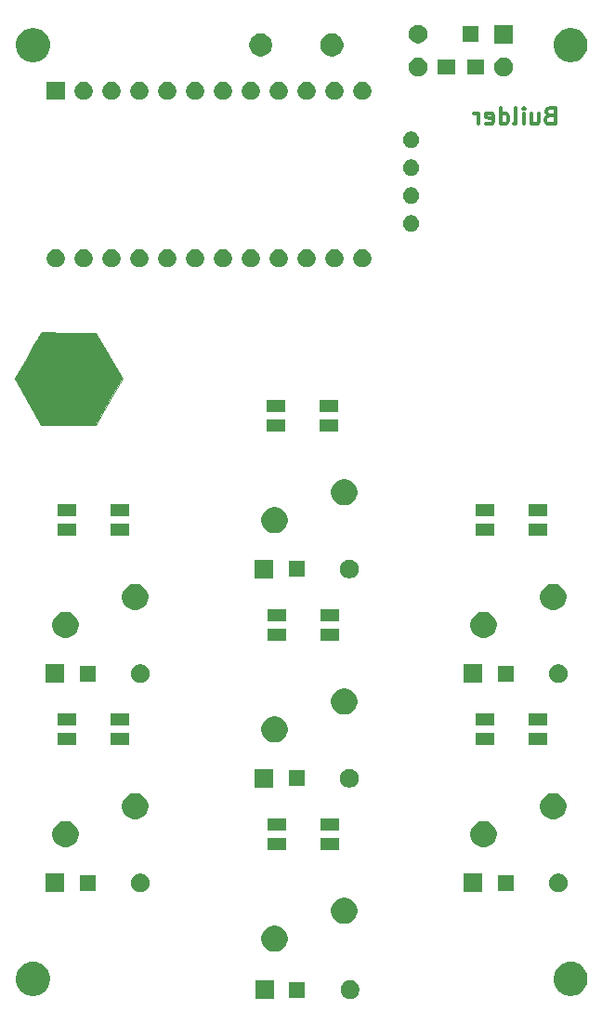
<source format=gbs>
G04 #@! TF.GenerationSoftware,KiCad,Pcbnew,5.0.2-bee76a0~70~ubuntu18.04.1*
G04 #@! TF.CreationDate,2019-05-23T01:45:31+09:00*
G04 #@! TF.ProjectId,meishi666,6d656973-6869-4363-9636-2e6b69636164,rev?*
G04 #@! TF.SameCoordinates,Original*
G04 #@! TF.FileFunction,Soldermask,Bot*
G04 #@! TF.FilePolarity,Negative*
%FSLAX46Y46*%
G04 Gerber Fmt 4.6, Leading zero omitted, Abs format (unit mm)*
G04 Created by KiCad (PCBNEW 5.0.2-bee76a0~70~ubuntu18.04.1) date 2019年05月23日 01時45分31秒*
%MOMM*%
%LPD*%
G01*
G04 APERTURE LIST*
%ADD10C,0.300000*%
%ADD11C,0.010000*%
%ADD12C,0.100000*%
G04 APERTURE END LIST*
D10*
X121097142Y-35417857D02*
X120882857Y-35489285D01*
X120811428Y-35560714D01*
X120740000Y-35703571D01*
X120740000Y-35917857D01*
X120811428Y-36060714D01*
X120882857Y-36132142D01*
X121025714Y-36203571D01*
X121597142Y-36203571D01*
X121597142Y-34703571D01*
X121097142Y-34703571D01*
X120954285Y-34775000D01*
X120882857Y-34846428D01*
X120811428Y-34989285D01*
X120811428Y-35132142D01*
X120882857Y-35275000D01*
X120954285Y-35346428D01*
X121097142Y-35417857D01*
X121597142Y-35417857D01*
X119454285Y-35203571D02*
X119454285Y-36203571D01*
X120097142Y-35203571D02*
X120097142Y-35989285D01*
X120025714Y-36132142D01*
X119882857Y-36203571D01*
X119668571Y-36203571D01*
X119525714Y-36132142D01*
X119454285Y-36060714D01*
X118740000Y-36203571D02*
X118740000Y-35203571D01*
X118740000Y-34703571D02*
X118811428Y-34775000D01*
X118740000Y-34846428D01*
X118668571Y-34775000D01*
X118740000Y-34703571D01*
X118740000Y-34846428D01*
X117811428Y-36203571D02*
X117954285Y-36132142D01*
X118025714Y-35989285D01*
X118025714Y-34703571D01*
X116597142Y-36203571D02*
X116597142Y-34703571D01*
X116597142Y-36132142D02*
X116740000Y-36203571D01*
X117025714Y-36203571D01*
X117168571Y-36132142D01*
X117240000Y-36060714D01*
X117311428Y-35917857D01*
X117311428Y-35489285D01*
X117240000Y-35346428D01*
X117168571Y-35275000D01*
X117025714Y-35203571D01*
X116740000Y-35203571D01*
X116597142Y-35275000D01*
X115311428Y-36132142D02*
X115454285Y-36203571D01*
X115740000Y-36203571D01*
X115882857Y-36132142D01*
X115954285Y-35989285D01*
X115954285Y-35417857D01*
X115882857Y-35275000D01*
X115740000Y-35203571D01*
X115454285Y-35203571D01*
X115311428Y-35275000D01*
X115240000Y-35417857D01*
X115240000Y-35560714D01*
X115954285Y-35703571D01*
X114597142Y-36203571D02*
X114597142Y-35203571D01*
X114597142Y-35489285D02*
X114525714Y-35346428D01*
X114454285Y-35275000D01*
X114311428Y-35203571D01*
X114168571Y-35203571D01*
D11*
G04 #@! TO.C,G\002A\002A\002A*
G36*
X80923358Y-61496500D02*
X82137567Y-59401000D01*
X79709227Y-55210000D01*
X77241234Y-55187559D01*
X74773240Y-55165118D01*
X74652839Y-55356892D01*
X74578979Y-55480413D01*
X74433361Y-55728902D01*
X74228657Y-56080549D01*
X73977543Y-56513539D01*
X73692691Y-57006062D01*
X73422505Y-57474312D01*
X72312572Y-59399957D01*
X73524028Y-61495979D01*
X74735484Y-63592000D01*
X79709148Y-63592000D01*
X80923358Y-61496500D01*
X80923358Y-61496500D01*
G37*
X80923358Y-61496500D02*
X82137567Y-59401000D01*
X79709227Y-55210000D01*
X77241234Y-55187559D01*
X74773240Y-55165118D01*
X74652839Y-55356892D01*
X74578979Y-55480413D01*
X74433361Y-55728902D01*
X74228657Y-56080549D01*
X73977543Y-56513539D01*
X73692691Y-57006062D01*
X73422505Y-57474312D01*
X72312572Y-59399957D01*
X73524028Y-61495979D01*
X74735484Y-63592000D01*
X79709148Y-63592000D01*
X80923358Y-61496500D01*
D12*
G36*
X103148228Y-114181703D02*
X103303100Y-114245853D01*
X103442481Y-114338985D01*
X103561015Y-114457519D01*
X103654147Y-114596900D01*
X103718297Y-114751772D01*
X103751000Y-114916184D01*
X103751000Y-115083816D01*
X103718297Y-115248228D01*
X103654147Y-115403100D01*
X103561015Y-115542481D01*
X103442481Y-115661015D01*
X103303100Y-115754147D01*
X103148228Y-115818297D01*
X102983816Y-115851000D01*
X102816184Y-115851000D01*
X102651772Y-115818297D01*
X102496900Y-115754147D01*
X102357519Y-115661015D01*
X102238985Y-115542481D01*
X102145853Y-115403100D01*
X102081703Y-115248228D01*
X102049000Y-115083816D01*
X102049000Y-114916184D01*
X102081703Y-114751772D01*
X102145853Y-114596900D01*
X102238985Y-114457519D01*
X102357519Y-114338985D01*
X102496900Y-114245853D01*
X102651772Y-114181703D01*
X102816184Y-114149000D01*
X102983816Y-114149000D01*
X103148228Y-114181703D01*
X103148228Y-114181703D01*
G37*
G36*
X95951000Y-115851000D02*
X94249000Y-115851000D01*
X94249000Y-114149000D01*
X95951000Y-114149000D01*
X95951000Y-115851000D01*
X95951000Y-115851000D01*
G37*
G36*
X98811000Y-115721000D02*
X97369000Y-115721000D01*
X97369000Y-114279000D01*
X98811000Y-114279000D01*
X98811000Y-115721000D01*
X98811000Y-115721000D01*
G37*
G36*
X74352527Y-112488736D02*
X74452410Y-112508604D01*
X74734674Y-112625521D01*
X74988705Y-112795259D01*
X75204741Y-113011295D01*
X75374479Y-113265326D01*
X75491396Y-113547590D01*
X75491396Y-113547591D01*
X75551000Y-113847238D01*
X75551000Y-114152762D01*
X75525889Y-114279000D01*
X75491396Y-114452410D01*
X75374479Y-114734674D01*
X75204741Y-114988705D01*
X74988705Y-115204741D01*
X74734674Y-115374479D01*
X74452410Y-115491396D01*
X74352527Y-115511264D01*
X74152762Y-115551000D01*
X73847238Y-115551000D01*
X73647473Y-115511264D01*
X73547590Y-115491396D01*
X73265326Y-115374479D01*
X73011295Y-115204741D01*
X72795259Y-114988705D01*
X72625521Y-114734674D01*
X72508604Y-114452410D01*
X72474111Y-114279000D01*
X72449000Y-114152762D01*
X72449000Y-113847238D01*
X72508604Y-113547591D01*
X72508604Y-113547590D01*
X72625521Y-113265326D01*
X72795259Y-113011295D01*
X73011295Y-112795259D01*
X73265326Y-112625521D01*
X73547590Y-112508604D01*
X73647473Y-112488736D01*
X73847238Y-112449000D01*
X74152762Y-112449000D01*
X74352527Y-112488736D01*
X74352527Y-112488736D01*
G37*
G36*
X123352527Y-112488736D02*
X123452410Y-112508604D01*
X123734674Y-112625521D01*
X123988705Y-112795259D01*
X124204741Y-113011295D01*
X124374479Y-113265326D01*
X124491396Y-113547590D01*
X124491396Y-113547591D01*
X124551000Y-113847238D01*
X124551000Y-114152762D01*
X124525889Y-114279000D01*
X124491396Y-114452410D01*
X124374479Y-114734674D01*
X124204741Y-114988705D01*
X123988705Y-115204741D01*
X123734674Y-115374479D01*
X123452410Y-115491396D01*
X123352527Y-115511264D01*
X123152762Y-115551000D01*
X122847238Y-115551000D01*
X122647473Y-115511264D01*
X122547590Y-115491396D01*
X122265326Y-115374479D01*
X122011295Y-115204741D01*
X121795259Y-114988705D01*
X121625521Y-114734674D01*
X121508604Y-114452410D01*
X121474111Y-114279000D01*
X121449000Y-114152762D01*
X121449000Y-113847238D01*
X121508604Y-113547591D01*
X121508604Y-113547590D01*
X121625521Y-113265326D01*
X121795259Y-113011295D01*
X122011295Y-112795259D01*
X122265326Y-112625521D01*
X122547590Y-112508604D01*
X122647473Y-112488736D01*
X122847238Y-112449000D01*
X123152762Y-112449000D01*
X123352527Y-112488736D01*
X123352527Y-112488736D01*
G37*
G36*
X96367277Y-109211885D02*
X96584572Y-109301891D01*
X96780131Y-109432560D01*
X96946440Y-109598869D01*
X97077109Y-109794428D01*
X97167115Y-110011723D01*
X97213000Y-110242401D01*
X97213000Y-110477599D01*
X97167115Y-110708277D01*
X97077109Y-110925572D01*
X96946440Y-111121131D01*
X96780131Y-111287440D01*
X96584572Y-111418109D01*
X96367277Y-111508115D01*
X96136599Y-111554000D01*
X95901401Y-111554000D01*
X95670723Y-111508115D01*
X95453428Y-111418109D01*
X95257869Y-111287440D01*
X95091560Y-111121131D01*
X94960891Y-110925572D01*
X94870885Y-110708277D01*
X94825000Y-110477599D01*
X94825000Y-110242401D01*
X94870885Y-110011723D01*
X94960891Y-109794428D01*
X95091560Y-109598869D01*
X95257869Y-109432560D01*
X95453428Y-109301891D01*
X95670723Y-109211885D01*
X95901401Y-109166000D01*
X96136599Y-109166000D01*
X96367277Y-109211885D01*
X96367277Y-109211885D01*
G37*
G36*
X102717277Y-106671885D02*
X102934572Y-106761891D01*
X103130131Y-106892560D01*
X103296440Y-107058869D01*
X103427109Y-107254428D01*
X103517115Y-107471723D01*
X103563000Y-107702401D01*
X103563000Y-107937599D01*
X103517115Y-108168277D01*
X103427109Y-108385572D01*
X103296440Y-108581131D01*
X103130131Y-108747440D01*
X102934572Y-108878109D01*
X102717277Y-108968115D01*
X102486599Y-109014000D01*
X102251401Y-109014000D01*
X102020723Y-108968115D01*
X101803428Y-108878109D01*
X101607869Y-108747440D01*
X101441560Y-108581131D01*
X101310891Y-108385572D01*
X101220885Y-108168277D01*
X101175000Y-107937599D01*
X101175000Y-107702401D01*
X101220885Y-107471723D01*
X101310891Y-107254428D01*
X101441560Y-107058869D01*
X101607869Y-106892560D01*
X101803428Y-106761891D01*
X102020723Y-106671885D01*
X102251401Y-106626000D01*
X102486599Y-106626000D01*
X102717277Y-106671885D01*
X102717277Y-106671885D01*
G37*
G36*
X114941000Y-106131000D02*
X113239000Y-106131000D01*
X113239000Y-104429000D01*
X114941000Y-104429000D01*
X114941000Y-106131000D01*
X114941000Y-106131000D01*
G37*
G36*
X84038228Y-104461703D02*
X84193100Y-104525853D01*
X84332481Y-104618985D01*
X84451015Y-104737519D01*
X84544147Y-104876900D01*
X84608297Y-105031772D01*
X84641000Y-105196184D01*
X84641000Y-105363816D01*
X84608297Y-105528228D01*
X84544147Y-105683100D01*
X84451015Y-105822481D01*
X84332481Y-105941015D01*
X84193100Y-106034147D01*
X84038228Y-106098297D01*
X83873816Y-106131000D01*
X83706184Y-106131000D01*
X83541772Y-106098297D01*
X83386900Y-106034147D01*
X83247519Y-105941015D01*
X83128985Y-105822481D01*
X83035853Y-105683100D01*
X82971703Y-105528228D01*
X82939000Y-105363816D01*
X82939000Y-105196184D01*
X82971703Y-105031772D01*
X83035853Y-104876900D01*
X83128985Y-104737519D01*
X83247519Y-104618985D01*
X83386900Y-104525853D01*
X83541772Y-104461703D01*
X83706184Y-104429000D01*
X83873816Y-104429000D01*
X84038228Y-104461703D01*
X84038228Y-104461703D01*
G37*
G36*
X76841000Y-106131000D02*
X75139000Y-106131000D01*
X75139000Y-104429000D01*
X76841000Y-104429000D01*
X76841000Y-106131000D01*
X76841000Y-106131000D01*
G37*
G36*
X122138228Y-104461703D02*
X122293100Y-104525853D01*
X122432481Y-104618985D01*
X122551015Y-104737519D01*
X122644147Y-104876900D01*
X122708297Y-105031772D01*
X122741000Y-105196184D01*
X122741000Y-105363816D01*
X122708297Y-105528228D01*
X122644147Y-105683100D01*
X122551015Y-105822481D01*
X122432481Y-105941015D01*
X122293100Y-106034147D01*
X122138228Y-106098297D01*
X121973816Y-106131000D01*
X121806184Y-106131000D01*
X121641772Y-106098297D01*
X121486900Y-106034147D01*
X121347519Y-105941015D01*
X121228985Y-105822481D01*
X121135853Y-105683100D01*
X121071703Y-105528228D01*
X121039000Y-105363816D01*
X121039000Y-105196184D01*
X121071703Y-105031772D01*
X121135853Y-104876900D01*
X121228985Y-104737519D01*
X121347519Y-104618985D01*
X121486900Y-104525853D01*
X121641772Y-104461703D01*
X121806184Y-104429000D01*
X121973816Y-104429000D01*
X122138228Y-104461703D01*
X122138228Y-104461703D01*
G37*
G36*
X117801000Y-106001000D02*
X116359000Y-106001000D01*
X116359000Y-104559000D01*
X117801000Y-104559000D01*
X117801000Y-106001000D01*
X117801000Y-106001000D01*
G37*
G36*
X79701000Y-106001000D02*
X78259000Y-106001000D01*
X78259000Y-104559000D01*
X79701000Y-104559000D01*
X79701000Y-106001000D01*
X79701000Y-106001000D01*
G37*
G36*
X101870000Y-102261000D02*
X100168000Y-102261000D01*
X100168000Y-101159000D01*
X101870000Y-101159000D01*
X101870000Y-102261000D01*
X101870000Y-102261000D01*
G37*
G36*
X97070000Y-102261000D02*
X95368000Y-102261000D01*
X95368000Y-101159000D01*
X97070000Y-101159000D01*
X97070000Y-102261000D01*
X97070000Y-102261000D01*
G37*
G36*
X77317277Y-99686885D02*
X77534572Y-99776891D01*
X77730131Y-99907560D01*
X77896440Y-100073869D01*
X78027109Y-100269428D01*
X78117115Y-100486723D01*
X78163000Y-100717401D01*
X78163000Y-100952599D01*
X78117115Y-101183277D01*
X78027109Y-101400572D01*
X77896440Y-101596131D01*
X77730131Y-101762440D01*
X77534572Y-101893109D01*
X77317277Y-101983115D01*
X77086599Y-102029000D01*
X76851401Y-102029000D01*
X76620723Y-101983115D01*
X76403428Y-101893109D01*
X76207869Y-101762440D01*
X76041560Y-101596131D01*
X75910891Y-101400572D01*
X75820885Y-101183277D01*
X75775000Y-100952599D01*
X75775000Y-100717401D01*
X75820885Y-100486723D01*
X75910891Y-100269428D01*
X76041560Y-100073869D01*
X76207869Y-99907560D01*
X76403428Y-99776891D01*
X76620723Y-99686885D01*
X76851401Y-99641000D01*
X77086599Y-99641000D01*
X77317277Y-99686885D01*
X77317277Y-99686885D01*
G37*
G36*
X115417277Y-99686885D02*
X115634572Y-99776891D01*
X115830131Y-99907560D01*
X115996440Y-100073869D01*
X116127109Y-100269428D01*
X116217115Y-100486723D01*
X116263000Y-100717401D01*
X116263000Y-100952599D01*
X116217115Y-101183277D01*
X116127109Y-101400572D01*
X115996440Y-101596131D01*
X115830131Y-101762440D01*
X115634572Y-101893109D01*
X115417277Y-101983115D01*
X115186599Y-102029000D01*
X114951401Y-102029000D01*
X114720723Y-101983115D01*
X114503428Y-101893109D01*
X114307869Y-101762440D01*
X114141560Y-101596131D01*
X114010891Y-101400572D01*
X113920885Y-101183277D01*
X113875000Y-100952599D01*
X113875000Y-100717401D01*
X113920885Y-100486723D01*
X114010891Y-100269428D01*
X114141560Y-100073869D01*
X114307869Y-99907560D01*
X114503428Y-99776891D01*
X114720723Y-99686885D01*
X114951401Y-99641000D01*
X115186599Y-99641000D01*
X115417277Y-99686885D01*
X115417277Y-99686885D01*
G37*
G36*
X101870000Y-100511000D02*
X100168000Y-100511000D01*
X100168000Y-99409000D01*
X101870000Y-99409000D01*
X101870000Y-100511000D01*
X101870000Y-100511000D01*
G37*
G36*
X97070000Y-100511000D02*
X95368000Y-100511000D01*
X95368000Y-99409000D01*
X97070000Y-99409000D01*
X97070000Y-100511000D01*
X97070000Y-100511000D01*
G37*
G36*
X121767277Y-97146885D02*
X121984572Y-97236891D01*
X122180131Y-97367560D01*
X122346440Y-97533869D01*
X122477109Y-97729428D01*
X122567115Y-97946723D01*
X122613000Y-98177401D01*
X122613000Y-98412599D01*
X122567115Y-98643277D01*
X122477109Y-98860572D01*
X122346440Y-99056131D01*
X122180131Y-99222440D01*
X121984572Y-99353109D01*
X121767277Y-99443115D01*
X121536599Y-99489000D01*
X121301401Y-99489000D01*
X121070723Y-99443115D01*
X120853428Y-99353109D01*
X120657869Y-99222440D01*
X120491560Y-99056131D01*
X120360891Y-98860572D01*
X120270885Y-98643277D01*
X120225000Y-98412599D01*
X120225000Y-98177401D01*
X120270885Y-97946723D01*
X120360891Y-97729428D01*
X120491560Y-97533869D01*
X120657869Y-97367560D01*
X120853428Y-97236891D01*
X121070723Y-97146885D01*
X121301401Y-97101000D01*
X121536599Y-97101000D01*
X121767277Y-97146885D01*
X121767277Y-97146885D01*
G37*
G36*
X83667277Y-97146885D02*
X83884572Y-97236891D01*
X84080131Y-97367560D01*
X84246440Y-97533869D01*
X84377109Y-97729428D01*
X84467115Y-97946723D01*
X84513000Y-98177401D01*
X84513000Y-98412599D01*
X84467115Y-98643277D01*
X84377109Y-98860572D01*
X84246440Y-99056131D01*
X84080131Y-99222440D01*
X83884572Y-99353109D01*
X83667277Y-99443115D01*
X83436599Y-99489000D01*
X83201401Y-99489000D01*
X82970723Y-99443115D01*
X82753428Y-99353109D01*
X82557869Y-99222440D01*
X82391560Y-99056131D01*
X82260891Y-98860572D01*
X82170885Y-98643277D01*
X82125000Y-98412599D01*
X82125000Y-98177401D01*
X82170885Y-97946723D01*
X82260891Y-97729428D01*
X82391560Y-97533869D01*
X82557869Y-97367560D01*
X82753428Y-97236891D01*
X82970723Y-97146885D01*
X83201401Y-97101000D01*
X83436599Y-97101000D01*
X83667277Y-97146885D01*
X83667277Y-97146885D01*
G37*
G36*
X95891000Y-96606000D02*
X94189000Y-96606000D01*
X94189000Y-94904000D01*
X95891000Y-94904000D01*
X95891000Y-96606000D01*
X95891000Y-96606000D01*
G37*
G36*
X103088228Y-94936703D02*
X103243100Y-95000853D01*
X103382481Y-95093985D01*
X103501015Y-95212519D01*
X103594147Y-95351900D01*
X103658297Y-95506772D01*
X103691000Y-95671184D01*
X103691000Y-95838816D01*
X103658297Y-96003228D01*
X103594147Y-96158100D01*
X103501015Y-96297481D01*
X103382481Y-96416015D01*
X103243100Y-96509147D01*
X103088228Y-96573297D01*
X102923816Y-96606000D01*
X102756184Y-96606000D01*
X102591772Y-96573297D01*
X102436900Y-96509147D01*
X102297519Y-96416015D01*
X102178985Y-96297481D01*
X102085853Y-96158100D01*
X102021703Y-96003228D01*
X101989000Y-95838816D01*
X101989000Y-95671184D01*
X102021703Y-95506772D01*
X102085853Y-95351900D01*
X102178985Y-95212519D01*
X102297519Y-95093985D01*
X102436900Y-95000853D01*
X102591772Y-94936703D01*
X102756184Y-94904000D01*
X102923816Y-94904000D01*
X103088228Y-94936703D01*
X103088228Y-94936703D01*
G37*
G36*
X98751000Y-96476000D02*
X97309000Y-96476000D01*
X97309000Y-95034000D01*
X98751000Y-95034000D01*
X98751000Y-96476000D01*
X98751000Y-96476000D01*
G37*
G36*
X116060000Y-92736000D02*
X114358000Y-92736000D01*
X114358000Y-91634000D01*
X116060000Y-91634000D01*
X116060000Y-92736000D01*
X116060000Y-92736000D01*
G37*
G36*
X120860000Y-92736000D02*
X119158000Y-92736000D01*
X119158000Y-91634000D01*
X120860000Y-91634000D01*
X120860000Y-92736000D01*
X120860000Y-92736000D01*
G37*
G36*
X82760000Y-92736000D02*
X81058000Y-92736000D01*
X81058000Y-91634000D01*
X82760000Y-91634000D01*
X82760000Y-92736000D01*
X82760000Y-92736000D01*
G37*
G36*
X77960000Y-92736000D02*
X76258000Y-92736000D01*
X76258000Y-91634000D01*
X77960000Y-91634000D01*
X77960000Y-92736000D01*
X77960000Y-92736000D01*
G37*
G36*
X96367277Y-90161885D02*
X96584572Y-90251891D01*
X96780131Y-90382560D01*
X96946440Y-90548869D01*
X97077109Y-90744428D01*
X97167115Y-90961723D01*
X97213000Y-91192401D01*
X97213000Y-91427599D01*
X97167115Y-91658277D01*
X97077109Y-91875572D01*
X96946440Y-92071131D01*
X96780131Y-92237440D01*
X96584572Y-92368109D01*
X96367277Y-92458115D01*
X96136599Y-92504000D01*
X95901401Y-92504000D01*
X95670723Y-92458115D01*
X95453428Y-92368109D01*
X95257869Y-92237440D01*
X95091560Y-92071131D01*
X94960891Y-91875572D01*
X94870885Y-91658277D01*
X94825000Y-91427599D01*
X94825000Y-91192401D01*
X94870885Y-90961723D01*
X94960891Y-90744428D01*
X95091560Y-90548869D01*
X95257869Y-90382560D01*
X95453428Y-90251891D01*
X95670723Y-90161885D01*
X95901401Y-90116000D01*
X96136599Y-90116000D01*
X96367277Y-90161885D01*
X96367277Y-90161885D01*
G37*
G36*
X82760000Y-90986000D02*
X81058000Y-90986000D01*
X81058000Y-89884000D01*
X82760000Y-89884000D01*
X82760000Y-90986000D01*
X82760000Y-90986000D01*
G37*
G36*
X77960000Y-90986000D02*
X76258000Y-90986000D01*
X76258000Y-89884000D01*
X77960000Y-89884000D01*
X77960000Y-90986000D01*
X77960000Y-90986000D01*
G37*
G36*
X116060000Y-90986000D02*
X114358000Y-90986000D01*
X114358000Y-89884000D01*
X116060000Y-89884000D01*
X116060000Y-90986000D01*
X116060000Y-90986000D01*
G37*
G36*
X120860000Y-90986000D02*
X119158000Y-90986000D01*
X119158000Y-89884000D01*
X120860000Y-89884000D01*
X120860000Y-90986000D01*
X120860000Y-90986000D01*
G37*
G36*
X102717277Y-87621885D02*
X102934572Y-87711891D01*
X103130131Y-87842560D01*
X103296440Y-88008869D01*
X103427109Y-88204428D01*
X103517115Y-88421723D01*
X103563000Y-88652401D01*
X103563000Y-88887599D01*
X103517115Y-89118277D01*
X103427109Y-89335572D01*
X103296440Y-89531131D01*
X103130131Y-89697440D01*
X102934572Y-89828109D01*
X102799638Y-89884000D01*
X102717277Y-89918115D01*
X102486599Y-89964000D01*
X102251401Y-89964000D01*
X102020723Y-89918115D01*
X101938362Y-89884000D01*
X101803428Y-89828109D01*
X101607869Y-89697440D01*
X101441560Y-89531131D01*
X101310891Y-89335572D01*
X101220885Y-89118277D01*
X101175000Y-88887599D01*
X101175000Y-88652401D01*
X101220885Y-88421723D01*
X101310891Y-88204428D01*
X101441560Y-88008869D01*
X101607869Y-87842560D01*
X101803428Y-87711891D01*
X102020723Y-87621885D01*
X102251401Y-87576000D01*
X102486599Y-87576000D01*
X102717277Y-87621885D01*
X102717277Y-87621885D01*
G37*
G36*
X122138228Y-85411703D02*
X122293100Y-85475853D01*
X122432481Y-85568985D01*
X122551015Y-85687519D01*
X122644147Y-85826900D01*
X122708297Y-85981772D01*
X122741000Y-86146184D01*
X122741000Y-86313816D01*
X122708297Y-86478228D01*
X122644147Y-86633100D01*
X122551015Y-86772481D01*
X122432481Y-86891015D01*
X122293100Y-86984147D01*
X122138228Y-87048297D01*
X121973816Y-87081000D01*
X121806184Y-87081000D01*
X121641772Y-87048297D01*
X121486900Y-86984147D01*
X121347519Y-86891015D01*
X121228985Y-86772481D01*
X121135853Y-86633100D01*
X121071703Y-86478228D01*
X121039000Y-86313816D01*
X121039000Y-86146184D01*
X121071703Y-85981772D01*
X121135853Y-85826900D01*
X121228985Y-85687519D01*
X121347519Y-85568985D01*
X121486900Y-85475853D01*
X121641772Y-85411703D01*
X121806184Y-85379000D01*
X121973816Y-85379000D01*
X122138228Y-85411703D01*
X122138228Y-85411703D01*
G37*
G36*
X114941000Y-87081000D02*
X113239000Y-87081000D01*
X113239000Y-85379000D01*
X114941000Y-85379000D01*
X114941000Y-87081000D01*
X114941000Y-87081000D01*
G37*
G36*
X84038228Y-85411703D02*
X84193100Y-85475853D01*
X84332481Y-85568985D01*
X84451015Y-85687519D01*
X84544147Y-85826900D01*
X84608297Y-85981772D01*
X84641000Y-86146184D01*
X84641000Y-86313816D01*
X84608297Y-86478228D01*
X84544147Y-86633100D01*
X84451015Y-86772481D01*
X84332481Y-86891015D01*
X84193100Y-86984147D01*
X84038228Y-87048297D01*
X83873816Y-87081000D01*
X83706184Y-87081000D01*
X83541772Y-87048297D01*
X83386900Y-86984147D01*
X83247519Y-86891015D01*
X83128985Y-86772481D01*
X83035853Y-86633100D01*
X82971703Y-86478228D01*
X82939000Y-86313816D01*
X82939000Y-86146184D01*
X82971703Y-85981772D01*
X83035853Y-85826900D01*
X83128985Y-85687519D01*
X83247519Y-85568985D01*
X83386900Y-85475853D01*
X83541772Y-85411703D01*
X83706184Y-85379000D01*
X83873816Y-85379000D01*
X84038228Y-85411703D01*
X84038228Y-85411703D01*
G37*
G36*
X76841000Y-87081000D02*
X75139000Y-87081000D01*
X75139000Y-85379000D01*
X76841000Y-85379000D01*
X76841000Y-87081000D01*
X76841000Y-87081000D01*
G37*
G36*
X117801000Y-86951000D02*
X116359000Y-86951000D01*
X116359000Y-85509000D01*
X117801000Y-85509000D01*
X117801000Y-86951000D01*
X117801000Y-86951000D01*
G37*
G36*
X79701000Y-86951000D02*
X78259000Y-86951000D01*
X78259000Y-85509000D01*
X79701000Y-85509000D01*
X79701000Y-86951000D01*
X79701000Y-86951000D01*
G37*
G36*
X97070000Y-83211000D02*
X95368000Y-83211000D01*
X95368000Y-82109000D01*
X97070000Y-82109000D01*
X97070000Y-83211000D01*
X97070000Y-83211000D01*
G37*
G36*
X101870000Y-83211000D02*
X100168000Y-83211000D01*
X100168000Y-82109000D01*
X101870000Y-82109000D01*
X101870000Y-83211000D01*
X101870000Y-83211000D01*
G37*
G36*
X115417277Y-80636885D02*
X115634572Y-80726891D01*
X115830131Y-80857560D01*
X115996440Y-81023869D01*
X116127109Y-81219428D01*
X116217115Y-81436723D01*
X116263000Y-81667401D01*
X116263000Y-81902599D01*
X116217115Y-82133277D01*
X116127109Y-82350572D01*
X115996440Y-82546131D01*
X115830131Y-82712440D01*
X115634572Y-82843109D01*
X115417277Y-82933115D01*
X115186599Y-82979000D01*
X114951401Y-82979000D01*
X114720723Y-82933115D01*
X114503428Y-82843109D01*
X114307869Y-82712440D01*
X114141560Y-82546131D01*
X114010891Y-82350572D01*
X113920885Y-82133277D01*
X113875000Y-81902599D01*
X113875000Y-81667401D01*
X113920885Y-81436723D01*
X114010891Y-81219428D01*
X114141560Y-81023869D01*
X114307869Y-80857560D01*
X114503428Y-80726891D01*
X114720723Y-80636885D01*
X114951401Y-80591000D01*
X115186599Y-80591000D01*
X115417277Y-80636885D01*
X115417277Y-80636885D01*
G37*
G36*
X77317277Y-80636885D02*
X77534572Y-80726891D01*
X77730131Y-80857560D01*
X77896440Y-81023869D01*
X78027109Y-81219428D01*
X78117115Y-81436723D01*
X78163000Y-81667401D01*
X78163000Y-81902599D01*
X78117115Y-82133277D01*
X78027109Y-82350572D01*
X77896440Y-82546131D01*
X77730131Y-82712440D01*
X77534572Y-82843109D01*
X77317277Y-82933115D01*
X77086599Y-82979000D01*
X76851401Y-82979000D01*
X76620723Y-82933115D01*
X76403428Y-82843109D01*
X76207869Y-82712440D01*
X76041560Y-82546131D01*
X75910891Y-82350572D01*
X75820885Y-82133277D01*
X75775000Y-81902599D01*
X75775000Y-81667401D01*
X75820885Y-81436723D01*
X75910891Y-81219428D01*
X76041560Y-81023869D01*
X76207869Y-80857560D01*
X76403428Y-80726891D01*
X76620723Y-80636885D01*
X76851401Y-80591000D01*
X77086599Y-80591000D01*
X77317277Y-80636885D01*
X77317277Y-80636885D01*
G37*
G36*
X97070000Y-81461000D02*
X95368000Y-81461000D01*
X95368000Y-80359000D01*
X97070000Y-80359000D01*
X97070000Y-81461000D01*
X97070000Y-81461000D01*
G37*
G36*
X101870000Y-81461000D02*
X100168000Y-81461000D01*
X100168000Y-80359000D01*
X101870000Y-80359000D01*
X101870000Y-81461000D01*
X101870000Y-81461000D01*
G37*
G36*
X121767277Y-78096885D02*
X121984572Y-78186891D01*
X122180131Y-78317560D01*
X122346440Y-78483869D01*
X122477109Y-78679428D01*
X122567115Y-78896723D01*
X122613000Y-79127401D01*
X122613000Y-79362599D01*
X122567115Y-79593277D01*
X122477109Y-79810572D01*
X122346440Y-80006131D01*
X122180131Y-80172440D01*
X121984572Y-80303109D01*
X121767277Y-80393115D01*
X121536599Y-80439000D01*
X121301401Y-80439000D01*
X121070723Y-80393115D01*
X120853428Y-80303109D01*
X120657869Y-80172440D01*
X120491560Y-80006131D01*
X120360891Y-79810572D01*
X120270885Y-79593277D01*
X120225000Y-79362599D01*
X120225000Y-79127401D01*
X120270885Y-78896723D01*
X120360891Y-78679428D01*
X120491560Y-78483869D01*
X120657869Y-78317560D01*
X120853428Y-78186891D01*
X121070723Y-78096885D01*
X121301401Y-78051000D01*
X121536599Y-78051000D01*
X121767277Y-78096885D01*
X121767277Y-78096885D01*
G37*
G36*
X83667277Y-78096885D02*
X83884572Y-78186891D01*
X84080131Y-78317560D01*
X84246440Y-78483869D01*
X84377109Y-78679428D01*
X84467115Y-78896723D01*
X84513000Y-79127401D01*
X84513000Y-79362599D01*
X84467115Y-79593277D01*
X84377109Y-79810572D01*
X84246440Y-80006131D01*
X84080131Y-80172440D01*
X83884572Y-80303109D01*
X83667277Y-80393115D01*
X83436599Y-80439000D01*
X83201401Y-80439000D01*
X82970723Y-80393115D01*
X82753428Y-80303109D01*
X82557869Y-80172440D01*
X82391560Y-80006131D01*
X82260891Y-79810572D01*
X82170885Y-79593277D01*
X82125000Y-79362599D01*
X82125000Y-79127401D01*
X82170885Y-78896723D01*
X82260891Y-78679428D01*
X82391560Y-78483869D01*
X82557869Y-78317560D01*
X82753428Y-78186891D01*
X82970723Y-78096885D01*
X83201401Y-78051000D01*
X83436599Y-78051000D01*
X83667277Y-78096885D01*
X83667277Y-78096885D01*
G37*
G36*
X103088228Y-75886703D02*
X103243100Y-75950853D01*
X103382481Y-76043985D01*
X103501015Y-76162519D01*
X103594147Y-76301900D01*
X103658297Y-76456772D01*
X103691000Y-76621184D01*
X103691000Y-76788816D01*
X103658297Y-76953228D01*
X103594147Y-77108100D01*
X103501015Y-77247481D01*
X103382481Y-77366015D01*
X103243100Y-77459147D01*
X103088228Y-77523297D01*
X102923816Y-77556000D01*
X102756184Y-77556000D01*
X102591772Y-77523297D01*
X102436900Y-77459147D01*
X102297519Y-77366015D01*
X102178985Y-77247481D01*
X102085853Y-77108100D01*
X102021703Y-76953228D01*
X101989000Y-76788816D01*
X101989000Y-76621184D01*
X102021703Y-76456772D01*
X102085853Y-76301900D01*
X102178985Y-76162519D01*
X102297519Y-76043985D01*
X102436900Y-75950853D01*
X102591772Y-75886703D01*
X102756184Y-75854000D01*
X102923816Y-75854000D01*
X103088228Y-75886703D01*
X103088228Y-75886703D01*
G37*
G36*
X95891000Y-77556000D02*
X94189000Y-77556000D01*
X94189000Y-75854000D01*
X95891000Y-75854000D01*
X95891000Y-77556000D01*
X95891000Y-77556000D01*
G37*
G36*
X98751000Y-77426000D02*
X97309000Y-77426000D01*
X97309000Y-75984000D01*
X98751000Y-75984000D01*
X98751000Y-77426000D01*
X98751000Y-77426000D01*
G37*
G36*
X120860000Y-73686000D02*
X119158000Y-73686000D01*
X119158000Y-72584000D01*
X120860000Y-72584000D01*
X120860000Y-73686000D01*
X120860000Y-73686000D01*
G37*
G36*
X77960000Y-73686000D02*
X76258000Y-73686000D01*
X76258000Y-72584000D01*
X77960000Y-72584000D01*
X77960000Y-73686000D01*
X77960000Y-73686000D01*
G37*
G36*
X82760000Y-73686000D02*
X81058000Y-73686000D01*
X81058000Y-72584000D01*
X82760000Y-72584000D01*
X82760000Y-73686000D01*
X82760000Y-73686000D01*
G37*
G36*
X116060000Y-73686000D02*
X114358000Y-73686000D01*
X114358000Y-72584000D01*
X116060000Y-72584000D01*
X116060000Y-73686000D01*
X116060000Y-73686000D01*
G37*
G36*
X96367277Y-71111885D02*
X96584572Y-71201891D01*
X96780131Y-71332560D01*
X96946440Y-71498869D01*
X97077109Y-71694428D01*
X97167115Y-71911723D01*
X97213000Y-72142401D01*
X97213000Y-72377599D01*
X97167115Y-72608277D01*
X97077109Y-72825572D01*
X96946440Y-73021131D01*
X96780131Y-73187440D01*
X96584572Y-73318109D01*
X96367277Y-73408115D01*
X96136599Y-73454000D01*
X95901401Y-73454000D01*
X95670723Y-73408115D01*
X95453428Y-73318109D01*
X95257869Y-73187440D01*
X95091560Y-73021131D01*
X94960891Y-72825572D01*
X94870885Y-72608277D01*
X94825000Y-72377599D01*
X94825000Y-72142401D01*
X94870885Y-71911723D01*
X94960891Y-71694428D01*
X95091560Y-71498869D01*
X95257869Y-71332560D01*
X95453428Y-71201891D01*
X95670723Y-71111885D01*
X95901401Y-71066000D01*
X96136599Y-71066000D01*
X96367277Y-71111885D01*
X96367277Y-71111885D01*
G37*
G36*
X120860000Y-71936000D02*
X119158000Y-71936000D01*
X119158000Y-70834000D01*
X120860000Y-70834000D01*
X120860000Y-71936000D01*
X120860000Y-71936000D01*
G37*
G36*
X116060000Y-71936000D02*
X114358000Y-71936000D01*
X114358000Y-70834000D01*
X116060000Y-70834000D01*
X116060000Y-71936000D01*
X116060000Y-71936000D01*
G37*
G36*
X82760000Y-71936000D02*
X81058000Y-71936000D01*
X81058000Y-70834000D01*
X82760000Y-70834000D01*
X82760000Y-71936000D01*
X82760000Y-71936000D01*
G37*
G36*
X77960000Y-71936000D02*
X76258000Y-71936000D01*
X76258000Y-70834000D01*
X77960000Y-70834000D01*
X77960000Y-71936000D01*
X77960000Y-71936000D01*
G37*
G36*
X102717277Y-68571885D02*
X102934572Y-68661891D01*
X103130131Y-68792560D01*
X103296440Y-68958869D01*
X103427109Y-69154428D01*
X103517115Y-69371723D01*
X103563000Y-69602401D01*
X103563000Y-69837599D01*
X103517115Y-70068277D01*
X103427109Y-70285572D01*
X103296440Y-70481131D01*
X103130131Y-70647440D01*
X102934572Y-70778109D01*
X102799638Y-70834000D01*
X102717277Y-70868115D01*
X102486599Y-70914000D01*
X102251401Y-70914000D01*
X102020723Y-70868115D01*
X101938362Y-70834000D01*
X101803428Y-70778109D01*
X101607869Y-70647440D01*
X101441560Y-70481131D01*
X101310891Y-70285572D01*
X101220885Y-70068277D01*
X101175000Y-69837599D01*
X101175000Y-69602401D01*
X101220885Y-69371723D01*
X101310891Y-69154428D01*
X101441560Y-68958869D01*
X101607869Y-68792560D01*
X101803428Y-68661891D01*
X102020723Y-68571885D01*
X102251401Y-68526000D01*
X102486599Y-68526000D01*
X102717277Y-68571885D01*
X102717277Y-68571885D01*
G37*
G36*
X97010000Y-64161000D02*
X95308000Y-64161000D01*
X95308000Y-63059000D01*
X97010000Y-63059000D01*
X97010000Y-64161000D01*
X97010000Y-64161000D01*
G37*
G36*
X101810000Y-64161000D02*
X100108000Y-64161000D01*
X100108000Y-63059000D01*
X101810000Y-63059000D01*
X101810000Y-64161000D01*
X101810000Y-64161000D01*
G37*
G36*
X97010000Y-62411000D02*
X95308000Y-62411000D01*
X95308000Y-61309000D01*
X97010000Y-61309000D01*
X97010000Y-62411000D01*
X97010000Y-62411000D01*
G37*
G36*
X101810000Y-62411000D02*
X100108000Y-62411000D01*
X100108000Y-61309000D01*
X101810000Y-61309000D01*
X101810000Y-62411000D01*
X101810000Y-62411000D01*
G37*
G36*
X78857142Y-47633242D02*
X79005102Y-47694530D01*
X79138258Y-47783502D01*
X79251498Y-47896742D01*
X79340470Y-48029898D01*
X79401758Y-48177858D01*
X79433000Y-48334925D01*
X79433000Y-48495075D01*
X79401758Y-48652142D01*
X79340470Y-48800102D01*
X79251498Y-48933258D01*
X79138258Y-49046498D01*
X79005102Y-49135470D01*
X78857142Y-49196758D01*
X78700075Y-49228000D01*
X78539925Y-49228000D01*
X78382858Y-49196758D01*
X78234898Y-49135470D01*
X78101742Y-49046498D01*
X77988502Y-48933258D01*
X77899530Y-48800102D01*
X77838242Y-48652142D01*
X77807000Y-48495075D01*
X77807000Y-48334925D01*
X77838242Y-48177858D01*
X77899530Y-48029898D01*
X77988502Y-47896742D01*
X78101742Y-47783502D01*
X78234898Y-47694530D01*
X78382858Y-47633242D01*
X78539925Y-47602000D01*
X78700075Y-47602000D01*
X78857142Y-47633242D01*
X78857142Y-47633242D01*
G37*
G36*
X104257142Y-47633242D02*
X104405102Y-47694530D01*
X104538258Y-47783502D01*
X104651498Y-47896742D01*
X104740470Y-48029898D01*
X104801758Y-48177858D01*
X104833000Y-48334925D01*
X104833000Y-48495075D01*
X104801758Y-48652142D01*
X104740470Y-48800102D01*
X104651498Y-48933258D01*
X104538258Y-49046498D01*
X104405102Y-49135470D01*
X104257142Y-49196758D01*
X104100075Y-49228000D01*
X103939925Y-49228000D01*
X103782858Y-49196758D01*
X103634898Y-49135470D01*
X103501742Y-49046498D01*
X103388502Y-48933258D01*
X103299530Y-48800102D01*
X103238242Y-48652142D01*
X103207000Y-48495075D01*
X103207000Y-48334925D01*
X103238242Y-48177858D01*
X103299530Y-48029898D01*
X103388502Y-47896742D01*
X103501742Y-47783502D01*
X103634898Y-47694530D01*
X103782858Y-47633242D01*
X103939925Y-47602000D01*
X104100075Y-47602000D01*
X104257142Y-47633242D01*
X104257142Y-47633242D01*
G37*
G36*
X101717142Y-47633242D02*
X101865102Y-47694530D01*
X101998258Y-47783502D01*
X102111498Y-47896742D01*
X102200470Y-48029898D01*
X102261758Y-48177858D01*
X102293000Y-48334925D01*
X102293000Y-48495075D01*
X102261758Y-48652142D01*
X102200470Y-48800102D01*
X102111498Y-48933258D01*
X101998258Y-49046498D01*
X101865102Y-49135470D01*
X101717142Y-49196758D01*
X101560075Y-49228000D01*
X101399925Y-49228000D01*
X101242858Y-49196758D01*
X101094898Y-49135470D01*
X100961742Y-49046498D01*
X100848502Y-48933258D01*
X100759530Y-48800102D01*
X100698242Y-48652142D01*
X100667000Y-48495075D01*
X100667000Y-48334925D01*
X100698242Y-48177858D01*
X100759530Y-48029898D01*
X100848502Y-47896742D01*
X100961742Y-47783502D01*
X101094898Y-47694530D01*
X101242858Y-47633242D01*
X101399925Y-47602000D01*
X101560075Y-47602000D01*
X101717142Y-47633242D01*
X101717142Y-47633242D01*
G37*
G36*
X96637142Y-47633242D02*
X96785102Y-47694530D01*
X96918258Y-47783502D01*
X97031498Y-47896742D01*
X97120470Y-48029898D01*
X97181758Y-48177858D01*
X97213000Y-48334925D01*
X97213000Y-48495075D01*
X97181758Y-48652142D01*
X97120470Y-48800102D01*
X97031498Y-48933258D01*
X96918258Y-49046498D01*
X96785102Y-49135470D01*
X96637142Y-49196758D01*
X96480075Y-49228000D01*
X96319925Y-49228000D01*
X96162858Y-49196758D01*
X96014898Y-49135470D01*
X95881742Y-49046498D01*
X95768502Y-48933258D01*
X95679530Y-48800102D01*
X95618242Y-48652142D01*
X95587000Y-48495075D01*
X95587000Y-48334925D01*
X95618242Y-48177858D01*
X95679530Y-48029898D01*
X95768502Y-47896742D01*
X95881742Y-47783502D01*
X96014898Y-47694530D01*
X96162858Y-47633242D01*
X96319925Y-47602000D01*
X96480075Y-47602000D01*
X96637142Y-47633242D01*
X96637142Y-47633242D01*
G37*
G36*
X94097142Y-47633242D02*
X94245102Y-47694530D01*
X94378258Y-47783502D01*
X94491498Y-47896742D01*
X94580470Y-48029898D01*
X94641758Y-48177858D01*
X94673000Y-48334925D01*
X94673000Y-48495075D01*
X94641758Y-48652142D01*
X94580470Y-48800102D01*
X94491498Y-48933258D01*
X94378258Y-49046498D01*
X94245102Y-49135470D01*
X94097142Y-49196758D01*
X93940075Y-49228000D01*
X93779925Y-49228000D01*
X93622858Y-49196758D01*
X93474898Y-49135470D01*
X93341742Y-49046498D01*
X93228502Y-48933258D01*
X93139530Y-48800102D01*
X93078242Y-48652142D01*
X93047000Y-48495075D01*
X93047000Y-48334925D01*
X93078242Y-48177858D01*
X93139530Y-48029898D01*
X93228502Y-47896742D01*
X93341742Y-47783502D01*
X93474898Y-47694530D01*
X93622858Y-47633242D01*
X93779925Y-47602000D01*
X93940075Y-47602000D01*
X94097142Y-47633242D01*
X94097142Y-47633242D01*
G37*
G36*
X91557142Y-47633242D02*
X91705102Y-47694530D01*
X91838258Y-47783502D01*
X91951498Y-47896742D01*
X92040470Y-48029898D01*
X92101758Y-48177858D01*
X92133000Y-48334925D01*
X92133000Y-48495075D01*
X92101758Y-48652142D01*
X92040470Y-48800102D01*
X91951498Y-48933258D01*
X91838258Y-49046498D01*
X91705102Y-49135470D01*
X91557142Y-49196758D01*
X91400075Y-49228000D01*
X91239925Y-49228000D01*
X91082858Y-49196758D01*
X90934898Y-49135470D01*
X90801742Y-49046498D01*
X90688502Y-48933258D01*
X90599530Y-48800102D01*
X90538242Y-48652142D01*
X90507000Y-48495075D01*
X90507000Y-48334925D01*
X90538242Y-48177858D01*
X90599530Y-48029898D01*
X90688502Y-47896742D01*
X90801742Y-47783502D01*
X90934898Y-47694530D01*
X91082858Y-47633242D01*
X91239925Y-47602000D01*
X91400075Y-47602000D01*
X91557142Y-47633242D01*
X91557142Y-47633242D01*
G37*
G36*
X89017142Y-47633242D02*
X89165102Y-47694530D01*
X89298258Y-47783502D01*
X89411498Y-47896742D01*
X89500470Y-48029898D01*
X89561758Y-48177858D01*
X89593000Y-48334925D01*
X89593000Y-48495075D01*
X89561758Y-48652142D01*
X89500470Y-48800102D01*
X89411498Y-48933258D01*
X89298258Y-49046498D01*
X89165102Y-49135470D01*
X89017142Y-49196758D01*
X88860075Y-49228000D01*
X88699925Y-49228000D01*
X88542858Y-49196758D01*
X88394898Y-49135470D01*
X88261742Y-49046498D01*
X88148502Y-48933258D01*
X88059530Y-48800102D01*
X87998242Y-48652142D01*
X87967000Y-48495075D01*
X87967000Y-48334925D01*
X87998242Y-48177858D01*
X88059530Y-48029898D01*
X88148502Y-47896742D01*
X88261742Y-47783502D01*
X88394898Y-47694530D01*
X88542858Y-47633242D01*
X88699925Y-47602000D01*
X88860075Y-47602000D01*
X89017142Y-47633242D01*
X89017142Y-47633242D01*
G37*
G36*
X86477142Y-47633242D02*
X86625102Y-47694530D01*
X86758258Y-47783502D01*
X86871498Y-47896742D01*
X86960470Y-48029898D01*
X87021758Y-48177858D01*
X87053000Y-48334925D01*
X87053000Y-48495075D01*
X87021758Y-48652142D01*
X86960470Y-48800102D01*
X86871498Y-48933258D01*
X86758258Y-49046498D01*
X86625102Y-49135470D01*
X86477142Y-49196758D01*
X86320075Y-49228000D01*
X86159925Y-49228000D01*
X86002858Y-49196758D01*
X85854898Y-49135470D01*
X85721742Y-49046498D01*
X85608502Y-48933258D01*
X85519530Y-48800102D01*
X85458242Y-48652142D01*
X85427000Y-48495075D01*
X85427000Y-48334925D01*
X85458242Y-48177858D01*
X85519530Y-48029898D01*
X85608502Y-47896742D01*
X85721742Y-47783502D01*
X85854898Y-47694530D01*
X86002858Y-47633242D01*
X86159925Y-47602000D01*
X86320075Y-47602000D01*
X86477142Y-47633242D01*
X86477142Y-47633242D01*
G37*
G36*
X83937142Y-47633242D02*
X84085102Y-47694530D01*
X84218258Y-47783502D01*
X84331498Y-47896742D01*
X84420470Y-48029898D01*
X84481758Y-48177858D01*
X84513000Y-48334925D01*
X84513000Y-48495075D01*
X84481758Y-48652142D01*
X84420470Y-48800102D01*
X84331498Y-48933258D01*
X84218258Y-49046498D01*
X84085102Y-49135470D01*
X83937142Y-49196758D01*
X83780075Y-49228000D01*
X83619925Y-49228000D01*
X83462858Y-49196758D01*
X83314898Y-49135470D01*
X83181742Y-49046498D01*
X83068502Y-48933258D01*
X82979530Y-48800102D01*
X82918242Y-48652142D01*
X82887000Y-48495075D01*
X82887000Y-48334925D01*
X82918242Y-48177858D01*
X82979530Y-48029898D01*
X83068502Y-47896742D01*
X83181742Y-47783502D01*
X83314898Y-47694530D01*
X83462858Y-47633242D01*
X83619925Y-47602000D01*
X83780075Y-47602000D01*
X83937142Y-47633242D01*
X83937142Y-47633242D01*
G37*
G36*
X81397142Y-47633242D02*
X81545102Y-47694530D01*
X81678258Y-47783502D01*
X81791498Y-47896742D01*
X81880470Y-48029898D01*
X81941758Y-48177858D01*
X81973000Y-48334925D01*
X81973000Y-48495075D01*
X81941758Y-48652142D01*
X81880470Y-48800102D01*
X81791498Y-48933258D01*
X81678258Y-49046498D01*
X81545102Y-49135470D01*
X81397142Y-49196758D01*
X81240075Y-49228000D01*
X81079925Y-49228000D01*
X80922858Y-49196758D01*
X80774898Y-49135470D01*
X80641742Y-49046498D01*
X80528502Y-48933258D01*
X80439530Y-48800102D01*
X80378242Y-48652142D01*
X80347000Y-48495075D01*
X80347000Y-48334925D01*
X80378242Y-48177858D01*
X80439530Y-48029898D01*
X80528502Y-47896742D01*
X80641742Y-47783502D01*
X80774898Y-47694530D01*
X80922858Y-47633242D01*
X81079925Y-47602000D01*
X81240075Y-47602000D01*
X81397142Y-47633242D01*
X81397142Y-47633242D01*
G37*
G36*
X99177142Y-47633242D02*
X99325102Y-47694530D01*
X99458258Y-47783502D01*
X99571498Y-47896742D01*
X99660470Y-48029898D01*
X99721758Y-48177858D01*
X99753000Y-48334925D01*
X99753000Y-48495075D01*
X99721758Y-48652142D01*
X99660470Y-48800102D01*
X99571498Y-48933258D01*
X99458258Y-49046498D01*
X99325102Y-49135470D01*
X99177142Y-49196758D01*
X99020075Y-49228000D01*
X98859925Y-49228000D01*
X98702858Y-49196758D01*
X98554898Y-49135470D01*
X98421742Y-49046498D01*
X98308502Y-48933258D01*
X98219530Y-48800102D01*
X98158242Y-48652142D01*
X98127000Y-48495075D01*
X98127000Y-48334925D01*
X98158242Y-48177858D01*
X98219530Y-48029898D01*
X98308502Y-47896742D01*
X98421742Y-47783502D01*
X98554898Y-47694530D01*
X98702858Y-47633242D01*
X98859925Y-47602000D01*
X99020075Y-47602000D01*
X99177142Y-47633242D01*
X99177142Y-47633242D01*
G37*
G36*
X76317142Y-47633242D02*
X76465102Y-47694530D01*
X76598258Y-47783502D01*
X76711498Y-47896742D01*
X76800470Y-48029898D01*
X76861758Y-48177858D01*
X76893000Y-48334925D01*
X76893000Y-48495075D01*
X76861758Y-48652142D01*
X76800470Y-48800102D01*
X76711498Y-48933258D01*
X76598258Y-49046498D01*
X76465102Y-49135470D01*
X76317142Y-49196758D01*
X76160075Y-49228000D01*
X75999925Y-49228000D01*
X75842858Y-49196758D01*
X75694898Y-49135470D01*
X75561742Y-49046498D01*
X75448502Y-48933258D01*
X75359530Y-48800102D01*
X75298242Y-48652142D01*
X75267000Y-48495075D01*
X75267000Y-48334925D01*
X75298242Y-48177858D01*
X75359530Y-48029898D01*
X75448502Y-47896742D01*
X75561742Y-47783502D01*
X75694898Y-47694530D01*
X75842858Y-47633242D01*
X75999925Y-47602000D01*
X76160075Y-47602000D01*
X76317142Y-47633242D01*
X76317142Y-47633242D01*
G37*
G36*
X108683621Y-44519302D02*
X108820022Y-44575801D01*
X108942779Y-44657825D01*
X109047175Y-44762221D01*
X109129199Y-44884978D01*
X109185698Y-45021379D01*
X109214500Y-45166181D01*
X109214500Y-45313819D01*
X109185698Y-45458621D01*
X109129199Y-45595022D01*
X109047175Y-45717779D01*
X108942779Y-45822175D01*
X108820022Y-45904199D01*
X108683621Y-45960698D01*
X108538819Y-45989500D01*
X108391181Y-45989500D01*
X108246379Y-45960698D01*
X108109978Y-45904199D01*
X107987221Y-45822175D01*
X107882825Y-45717779D01*
X107800801Y-45595022D01*
X107744302Y-45458621D01*
X107715500Y-45313819D01*
X107715500Y-45166181D01*
X107744302Y-45021379D01*
X107800801Y-44884978D01*
X107882825Y-44762221D01*
X107987221Y-44657825D01*
X108109978Y-44575801D01*
X108246379Y-44519302D01*
X108391181Y-44490500D01*
X108538819Y-44490500D01*
X108683621Y-44519302D01*
X108683621Y-44519302D01*
G37*
G36*
X108683621Y-41979302D02*
X108820022Y-42035801D01*
X108942779Y-42117825D01*
X109047175Y-42222221D01*
X109129199Y-42344978D01*
X109185698Y-42481379D01*
X109214500Y-42626181D01*
X109214500Y-42773819D01*
X109185698Y-42918621D01*
X109129199Y-43055022D01*
X109047175Y-43177779D01*
X108942779Y-43282175D01*
X108820022Y-43364199D01*
X108683621Y-43420698D01*
X108538819Y-43449500D01*
X108391181Y-43449500D01*
X108246379Y-43420698D01*
X108109978Y-43364199D01*
X107987221Y-43282175D01*
X107882825Y-43177779D01*
X107800801Y-43055022D01*
X107744302Y-42918621D01*
X107715500Y-42773819D01*
X107715500Y-42626181D01*
X107744302Y-42481379D01*
X107800801Y-42344978D01*
X107882825Y-42222221D01*
X107987221Y-42117825D01*
X108109978Y-42035801D01*
X108246379Y-41979302D01*
X108391181Y-41950500D01*
X108538819Y-41950500D01*
X108683621Y-41979302D01*
X108683621Y-41979302D01*
G37*
G36*
X108683621Y-39439302D02*
X108820022Y-39495801D01*
X108942779Y-39577825D01*
X109047175Y-39682221D01*
X109129199Y-39804978D01*
X109185698Y-39941379D01*
X109214500Y-40086181D01*
X109214500Y-40233819D01*
X109185698Y-40378621D01*
X109129199Y-40515022D01*
X109047175Y-40637779D01*
X108942779Y-40742175D01*
X108820022Y-40824199D01*
X108683621Y-40880698D01*
X108538819Y-40909500D01*
X108391181Y-40909500D01*
X108246379Y-40880698D01*
X108109978Y-40824199D01*
X107987221Y-40742175D01*
X107882825Y-40637779D01*
X107800801Y-40515022D01*
X107744302Y-40378621D01*
X107715500Y-40233819D01*
X107715500Y-40086181D01*
X107744302Y-39941379D01*
X107800801Y-39804978D01*
X107882825Y-39682221D01*
X107987221Y-39577825D01*
X108109978Y-39495801D01*
X108246379Y-39439302D01*
X108391181Y-39410500D01*
X108538819Y-39410500D01*
X108683621Y-39439302D01*
X108683621Y-39439302D01*
G37*
G36*
X108683621Y-36899302D02*
X108820022Y-36955801D01*
X108942779Y-37037825D01*
X109047175Y-37142221D01*
X109129199Y-37264978D01*
X109185698Y-37401379D01*
X109214500Y-37546181D01*
X109214500Y-37693819D01*
X109185698Y-37838621D01*
X109129199Y-37975022D01*
X109047175Y-38097779D01*
X108942779Y-38202175D01*
X108820022Y-38284199D01*
X108683621Y-38340698D01*
X108538819Y-38369500D01*
X108391181Y-38369500D01*
X108246379Y-38340698D01*
X108109978Y-38284199D01*
X107987221Y-38202175D01*
X107882825Y-38097779D01*
X107800801Y-37975022D01*
X107744302Y-37838621D01*
X107715500Y-37693819D01*
X107715500Y-37546181D01*
X107744302Y-37401379D01*
X107800801Y-37264978D01*
X107882825Y-37142221D01*
X107987221Y-37037825D01*
X108109978Y-36955801D01*
X108246379Y-36899302D01*
X108391181Y-36870500D01*
X108538819Y-36870500D01*
X108683621Y-36899302D01*
X108683621Y-36899302D01*
G37*
G36*
X81397142Y-32393242D02*
X81545102Y-32454530D01*
X81678258Y-32543502D01*
X81791498Y-32656742D01*
X81880470Y-32789898D01*
X81941758Y-32937858D01*
X81973000Y-33094925D01*
X81973000Y-33255075D01*
X81941758Y-33412142D01*
X81880470Y-33560102D01*
X81791498Y-33693258D01*
X81678258Y-33806498D01*
X81545102Y-33895470D01*
X81397142Y-33956758D01*
X81240075Y-33988000D01*
X81079925Y-33988000D01*
X80922858Y-33956758D01*
X80774898Y-33895470D01*
X80641742Y-33806498D01*
X80528502Y-33693258D01*
X80439530Y-33560102D01*
X80378242Y-33412142D01*
X80347000Y-33255075D01*
X80347000Y-33094925D01*
X80378242Y-32937858D01*
X80439530Y-32789898D01*
X80528502Y-32656742D01*
X80641742Y-32543502D01*
X80774898Y-32454530D01*
X80922858Y-32393242D01*
X81079925Y-32362000D01*
X81240075Y-32362000D01*
X81397142Y-32393242D01*
X81397142Y-32393242D01*
G37*
G36*
X86477142Y-32393242D02*
X86625102Y-32454530D01*
X86758258Y-32543502D01*
X86871498Y-32656742D01*
X86960470Y-32789898D01*
X87021758Y-32937858D01*
X87053000Y-33094925D01*
X87053000Y-33255075D01*
X87021758Y-33412142D01*
X86960470Y-33560102D01*
X86871498Y-33693258D01*
X86758258Y-33806498D01*
X86625102Y-33895470D01*
X86477142Y-33956758D01*
X86320075Y-33988000D01*
X86159925Y-33988000D01*
X86002858Y-33956758D01*
X85854898Y-33895470D01*
X85721742Y-33806498D01*
X85608502Y-33693258D01*
X85519530Y-33560102D01*
X85458242Y-33412142D01*
X85427000Y-33255075D01*
X85427000Y-33094925D01*
X85458242Y-32937858D01*
X85519530Y-32789898D01*
X85608502Y-32656742D01*
X85721742Y-32543502D01*
X85854898Y-32454530D01*
X86002858Y-32393242D01*
X86159925Y-32362000D01*
X86320075Y-32362000D01*
X86477142Y-32393242D01*
X86477142Y-32393242D01*
G37*
G36*
X76893000Y-33988000D02*
X75267000Y-33988000D01*
X75267000Y-32362000D01*
X76893000Y-32362000D01*
X76893000Y-33988000D01*
X76893000Y-33988000D01*
G37*
G36*
X83937142Y-32393242D02*
X84085102Y-32454530D01*
X84218258Y-32543502D01*
X84331498Y-32656742D01*
X84420470Y-32789898D01*
X84481758Y-32937858D01*
X84513000Y-33094925D01*
X84513000Y-33255075D01*
X84481758Y-33412142D01*
X84420470Y-33560102D01*
X84331498Y-33693258D01*
X84218258Y-33806498D01*
X84085102Y-33895470D01*
X83937142Y-33956758D01*
X83780075Y-33988000D01*
X83619925Y-33988000D01*
X83462858Y-33956758D01*
X83314898Y-33895470D01*
X83181742Y-33806498D01*
X83068502Y-33693258D01*
X82979530Y-33560102D01*
X82918242Y-33412142D01*
X82887000Y-33255075D01*
X82887000Y-33094925D01*
X82918242Y-32937858D01*
X82979530Y-32789898D01*
X83068502Y-32656742D01*
X83181742Y-32543502D01*
X83314898Y-32454530D01*
X83462858Y-32393242D01*
X83619925Y-32362000D01*
X83780075Y-32362000D01*
X83937142Y-32393242D01*
X83937142Y-32393242D01*
G37*
G36*
X89017142Y-32393242D02*
X89165102Y-32454530D01*
X89298258Y-32543502D01*
X89411498Y-32656742D01*
X89500470Y-32789898D01*
X89561758Y-32937858D01*
X89593000Y-33094925D01*
X89593000Y-33255075D01*
X89561758Y-33412142D01*
X89500470Y-33560102D01*
X89411498Y-33693258D01*
X89298258Y-33806498D01*
X89165102Y-33895470D01*
X89017142Y-33956758D01*
X88860075Y-33988000D01*
X88699925Y-33988000D01*
X88542858Y-33956758D01*
X88394898Y-33895470D01*
X88261742Y-33806498D01*
X88148502Y-33693258D01*
X88059530Y-33560102D01*
X87998242Y-33412142D01*
X87967000Y-33255075D01*
X87967000Y-33094925D01*
X87998242Y-32937858D01*
X88059530Y-32789898D01*
X88148502Y-32656742D01*
X88261742Y-32543502D01*
X88394898Y-32454530D01*
X88542858Y-32393242D01*
X88699925Y-32362000D01*
X88860075Y-32362000D01*
X89017142Y-32393242D01*
X89017142Y-32393242D01*
G37*
G36*
X91557142Y-32393242D02*
X91705102Y-32454530D01*
X91838258Y-32543502D01*
X91951498Y-32656742D01*
X92040470Y-32789898D01*
X92101758Y-32937858D01*
X92133000Y-33094925D01*
X92133000Y-33255075D01*
X92101758Y-33412142D01*
X92040470Y-33560102D01*
X91951498Y-33693258D01*
X91838258Y-33806498D01*
X91705102Y-33895470D01*
X91557142Y-33956758D01*
X91400075Y-33988000D01*
X91239925Y-33988000D01*
X91082858Y-33956758D01*
X90934898Y-33895470D01*
X90801742Y-33806498D01*
X90688502Y-33693258D01*
X90599530Y-33560102D01*
X90538242Y-33412142D01*
X90507000Y-33255075D01*
X90507000Y-33094925D01*
X90538242Y-32937858D01*
X90599530Y-32789898D01*
X90688502Y-32656742D01*
X90801742Y-32543502D01*
X90934898Y-32454530D01*
X91082858Y-32393242D01*
X91239925Y-32362000D01*
X91400075Y-32362000D01*
X91557142Y-32393242D01*
X91557142Y-32393242D01*
G37*
G36*
X96637142Y-32393242D02*
X96785102Y-32454530D01*
X96918258Y-32543502D01*
X97031498Y-32656742D01*
X97120470Y-32789898D01*
X97181758Y-32937858D01*
X97213000Y-33094925D01*
X97213000Y-33255075D01*
X97181758Y-33412142D01*
X97120470Y-33560102D01*
X97031498Y-33693258D01*
X96918258Y-33806498D01*
X96785102Y-33895470D01*
X96637142Y-33956758D01*
X96480075Y-33988000D01*
X96319925Y-33988000D01*
X96162858Y-33956758D01*
X96014898Y-33895470D01*
X95881742Y-33806498D01*
X95768502Y-33693258D01*
X95679530Y-33560102D01*
X95618242Y-33412142D01*
X95587000Y-33255075D01*
X95587000Y-33094925D01*
X95618242Y-32937858D01*
X95679530Y-32789898D01*
X95768502Y-32656742D01*
X95881742Y-32543502D01*
X96014898Y-32454530D01*
X96162858Y-32393242D01*
X96319925Y-32362000D01*
X96480075Y-32362000D01*
X96637142Y-32393242D01*
X96637142Y-32393242D01*
G37*
G36*
X99177142Y-32393242D02*
X99325102Y-32454530D01*
X99458258Y-32543502D01*
X99571498Y-32656742D01*
X99660470Y-32789898D01*
X99721758Y-32937858D01*
X99753000Y-33094925D01*
X99753000Y-33255075D01*
X99721758Y-33412142D01*
X99660470Y-33560102D01*
X99571498Y-33693258D01*
X99458258Y-33806498D01*
X99325102Y-33895470D01*
X99177142Y-33956758D01*
X99020075Y-33988000D01*
X98859925Y-33988000D01*
X98702858Y-33956758D01*
X98554898Y-33895470D01*
X98421742Y-33806498D01*
X98308502Y-33693258D01*
X98219530Y-33560102D01*
X98158242Y-33412142D01*
X98127000Y-33255075D01*
X98127000Y-33094925D01*
X98158242Y-32937858D01*
X98219530Y-32789898D01*
X98308502Y-32656742D01*
X98421742Y-32543502D01*
X98554898Y-32454530D01*
X98702858Y-32393242D01*
X98859925Y-32362000D01*
X99020075Y-32362000D01*
X99177142Y-32393242D01*
X99177142Y-32393242D01*
G37*
G36*
X101717142Y-32393242D02*
X101865102Y-32454530D01*
X101998258Y-32543502D01*
X102111498Y-32656742D01*
X102200470Y-32789898D01*
X102261758Y-32937858D01*
X102293000Y-33094925D01*
X102293000Y-33255075D01*
X102261758Y-33412142D01*
X102200470Y-33560102D01*
X102111498Y-33693258D01*
X101998258Y-33806498D01*
X101865102Y-33895470D01*
X101717142Y-33956758D01*
X101560075Y-33988000D01*
X101399925Y-33988000D01*
X101242858Y-33956758D01*
X101094898Y-33895470D01*
X100961742Y-33806498D01*
X100848502Y-33693258D01*
X100759530Y-33560102D01*
X100698242Y-33412142D01*
X100667000Y-33255075D01*
X100667000Y-33094925D01*
X100698242Y-32937858D01*
X100759530Y-32789898D01*
X100848502Y-32656742D01*
X100961742Y-32543502D01*
X101094898Y-32454530D01*
X101242858Y-32393242D01*
X101399925Y-32362000D01*
X101560075Y-32362000D01*
X101717142Y-32393242D01*
X101717142Y-32393242D01*
G37*
G36*
X104257142Y-32393242D02*
X104405102Y-32454530D01*
X104538258Y-32543502D01*
X104651498Y-32656742D01*
X104740470Y-32789898D01*
X104801758Y-32937858D01*
X104833000Y-33094925D01*
X104833000Y-33255075D01*
X104801758Y-33412142D01*
X104740470Y-33560102D01*
X104651498Y-33693258D01*
X104538258Y-33806498D01*
X104405102Y-33895470D01*
X104257142Y-33956758D01*
X104100075Y-33988000D01*
X103939925Y-33988000D01*
X103782858Y-33956758D01*
X103634898Y-33895470D01*
X103501742Y-33806498D01*
X103388502Y-33693258D01*
X103299530Y-33560102D01*
X103238242Y-33412142D01*
X103207000Y-33255075D01*
X103207000Y-33094925D01*
X103238242Y-32937858D01*
X103299530Y-32789898D01*
X103388502Y-32656742D01*
X103501742Y-32543502D01*
X103634898Y-32454530D01*
X103782858Y-32393242D01*
X103939925Y-32362000D01*
X104100075Y-32362000D01*
X104257142Y-32393242D01*
X104257142Y-32393242D01*
G37*
G36*
X78857142Y-32393242D02*
X79005102Y-32454530D01*
X79138258Y-32543502D01*
X79251498Y-32656742D01*
X79340470Y-32789898D01*
X79401758Y-32937858D01*
X79433000Y-33094925D01*
X79433000Y-33255075D01*
X79401758Y-33412142D01*
X79340470Y-33560102D01*
X79251498Y-33693258D01*
X79138258Y-33806498D01*
X79005102Y-33895470D01*
X78857142Y-33956758D01*
X78700075Y-33988000D01*
X78539925Y-33988000D01*
X78382858Y-33956758D01*
X78234898Y-33895470D01*
X78101742Y-33806498D01*
X77988502Y-33693258D01*
X77899530Y-33560102D01*
X77838242Y-33412142D01*
X77807000Y-33255075D01*
X77807000Y-33094925D01*
X77838242Y-32937858D01*
X77899530Y-32789898D01*
X77988502Y-32656742D01*
X78101742Y-32543502D01*
X78234898Y-32454530D01*
X78382858Y-32393242D01*
X78539925Y-32362000D01*
X78700075Y-32362000D01*
X78857142Y-32393242D01*
X78857142Y-32393242D01*
G37*
G36*
X94097142Y-32393242D02*
X94245102Y-32454530D01*
X94378258Y-32543502D01*
X94491498Y-32656742D01*
X94580470Y-32789898D01*
X94641758Y-32937858D01*
X94673000Y-33094925D01*
X94673000Y-33255075D01*
X94641758Y-33412142D01*
X94580470Y-33560102D01*
X94491498Y-33693258D01*
X94378258Y-33806498D01*
X94245102Y-33895470D01*
X94097142Y-33956758D01*
X93940075Y-33988000D01*
X93779925Y-33988000D01*
X93622858Y-33956758D01*
X93474898Y-33895470D01*
X93341742Y-33806498D01*
X93228502Y-33693258D01*
X93139530Y-33560102D01*
X93078242Y-33412142D01*
X93047000Y-33255075D01*
X93047000Y-33094925D01*
X93078242Y-32937858D01*
X93139530Y-32789898D01*
X93228502Y-32656742D01*
X93341742Y-32543502D01*
X93474898Y-32454530D01*
X93622858Y-32393242D01*
X93779925Y-32362000D01*
X93940075Y-32362000D01*
X94097142Y-32393242D01*
X94097142Y-32393242D01*
G37*
G36*
X109348228Y-30181703D02*
X109503100Y-30245853D01*
X109642481Y-30338985D01*
X109761015Y-30457519D01*
X109854147Y-30596900D01*
X109918297Y-30751772D01*
X109951000Y-30916184D01*
X109951000Y-31083816D01*
X109918297Y-31248228D01*
X109854147Y-31403100D01*
X109761015Y-31542481D01*
X109642481Y-31661015D01*
X109503100Y-31754147D01*
X109348228Y-31818297D01*
X109183816Y-31851000D01*
X109016184Y-31851000D01*
X108851772Y-31818297D01*
X108696900Y-31754147D01*
X108557519Y-31661015D01*
X108438985Y-31542481D01*
X108345853Y-31403100D01*
X108281703Y-31248228D01*
X108249000Y-31083816D01*
X108249000Y-30916184D01*
X108281703Y-30751772D01*
X108345853Y-30596900D01*
X108438985Y-30457519D01*
X108557519Y-30338985D01*
X108696900Y-30245853D01*
X108851772Y-30181703D01*
X109016184Y-30149000D01*
X109183816Y-30149000D01*
X109348228Y-30181703D01*
X109348228Y-30181703D01*
G37*
G36*
X117148228Y-30181703D02*
X117303100Y-30245853D01*
X117442481Y-30338985D01*
X117561015Y-30457519D01*
X117654147Y-30596900D01*
X117718297Y-30751772D01*
X117751000Y-30916184D01*
X117751000Y-31083816D01*
X117718297Y-31248228D01*
X117654147Y-31403100D01*
X117561015Y-31542481D01*
X117442481Y-31661015D01*
X117303100Y-31754147D01*
X117148228Y-31818297D01*
X116983816Y-31851000D01*
X116816184Y-31851000D01*
X116651772Y-31818297D01*
X116496900Y-31754147D01*
X116357519Y-31661015D01*
X116238985Y-31542481D01*
X116145853Y-31403100D01*
X116081703Y-31248228D01*
X116049000Y-31083816D01*
X116049000Y-30916184D01*
X116081703Y-30751772D01*
X116145853Y-30596900D01*
X116238985Y-30457519D01*
X116357519Y-30338985D01*
X116496900Y-30245853D01*
X116651772Y-30181703D01*
X116816184Y-30149000D01*
X116983816Y-30149000D01*
X117148228Y-30181703D01*
X117148228Y-30181703D01*
G37*
G36*
X112451000Y-31651000D02*
X110849000Y-31651000D01*
X110849000Y-30349000D01*
X112451000Y-30349000D01*
X112451000Y-31651000D01*
X112451000Y-31651000D01*
G37*
G36*
X115151000Y-31651000D02*
X113549000Y-31651000D01*
X113549000Y-30349000D01*
X115151000Y-30349000D01*
X115151000Y-31651000D01*
X115151000Y-31651000D01*
G37*
G36*
X123352527Y-27488736D02*
X123452410Y-27508604D01*
X123734674Y-27625521D01*
X123988705Y-27795259D01*
X124204741Y-28011295D01*
X124374479Y-28265326D01*
X124491396Y-28547590D01*
X124491396Y-28547591D01*
X124532483Y-28754146D01*
X124551000Y-28847240D01*
X124551000Y-29152760D01*
X124491396Y-29452410D01*
X124374479Y-29734674D01*
X124204741Y-29988705D01*
X123988705Y-30204741D01*
X123734674Y-30374479D01*
X123452410Y-30491396D01*
X123352527Y-30511264D01*
X123152762Y-30551000D01*
X122847238Y-30551000D01*
X122647473Y-30511264D01*
X122547590Y-30491396D01*
X122265326Y-30374479D01*
X122011295Y-30204741D01*
X121795259Y-29988705D01*
X121625521Y-29734674D01*
X121508604Y-29452410D01*
X121449000Y-29152760D01*
X121449000Y-28847240D01*
X121467518Y-28754146D01*
X121508604Y-28547591D01*
X121508604Y-28547590D01*
X121625521Y-28265326D01*
X121795259Y-28011295D01*
X122011295Y-27795259D01*
X122265326Y-27625521D01*
X122547590Y-27508604D01*
X122647473Y-27488736D01*
X122847238Y-27449000D01*
X123152762Y-27449000D01*
X123352527Y-27488736D01*
X123352527Y-27488736D01*
G37*
G36*
X74352527Y-27488736D02*
X74452410Y-27508604D01*
X74734674Y-27625521D01*
X74988705Y-27795259D01*
X75204741Y-28011295D01*
X75374479Y-28265326D01*
X75491396Y-28547590D01*
X75491396Y-28547591D01*
X75532483Y-28754146D01*
X75551000Y-28847240D01*
X75551000Y-29152760D01*
X75491396Y-29452410D01*
X75374479Y-29734674D01*
X75204741Y-29988705D01*
X74988705Y-30204741D01*
X74734674Y-30374479D01*
X74452410Y-30491396D01*
X74352527Y-30511264D01*
X74152762Y-30551000D01*
X73847238Y-30551000D01*
X73647473Y-30511264D01*
X73547590Y-30491396D01*
X73265326Y-30374479D01*
X73011295Y-30204741D01*
X72795259Y-29988705D01*
X72625521Y-29734674D01*
X72508604Y-29452410D01*
X72449000Y-29152760D01*
X72449000Y-28847240D01*
X72467518Y-28754146D01*
X72508604Y-28547591D01*
X72508604Y-28547590D01*
X72625521Y-28265326D01*
X72795259Y-28011295D01*
X73011295Y-27795259D01*
X73265326Y-27625521D01*
X73547590Y-27508604D01*
X73647473Y-27488736D01*
X73847238Y-27449000D01*
X74152762Y-27449000D01*
X74352527Y-27488736D01*
X74352527Y-27488736D01*
G37*
G36*
X95056565Y-27989389D02*
X95247834Y-28068615D01*
X95419976Y-28183637D01*
X95566363Y-28330024D01*
X95681385Y-28502166D01*
X95760611Y-28693435D01*
X95801000Y-28896484D01*
X95801000Y-29103516D01*
X95760611Y-29306565D01*
X95681385Y-29497834D01*
X95566363Y-29669976D01*
X95419976Y-29816363D01*
X95247834Y-29931385D01*
X95056565Y-30010611D01*
X94853516Y-30051000D01*
X94646484Y-30051000D01*
X94443435Y-30010611D01*
X94252166Y-29931385D01*
X94080024Y-29816363D01*
X93933637Y-29669976D01*
X93818615Y-29497834D01*
X93739389Y-29306565D01*
X93699000Y-29103516D01*
X93699000Y-28896484D01*
X93739389Y-28693435D01*
X93818615Y-28502166D01*
X93933637Y-28330024D01*
X94080024Y-28183637D01*
X94252166Y-28068615D01*
X94443435Y-27989389D01*
X94646484Y-27949000D01*
X94853516Y-27949000D01*
X95056565Y-27989389D01*
X95056565Y-27989389D01*
G37*
G36*
X101556565Y-27989389D02*
X101747834Y-28068615D01*
X101919976Y-28183637D01*
X102066363Y-28330024D01*
X102181385Y-28502166D01*
X102260611Y-28693435D01*
X102301000Y-28896484D01*
X102301000Y-29103516D01*
X102260611Y-29306565D01*
X102181385Y-29497834D01*
X102066363Y-29669976D01*
X101919976Y-29816363D01*
X101747834Y-29931385D01*
X101556565Y-30010611D01*
X101353516Y-30051000D01*
X101146484Y-30051000D01*
X100943435Y-30010611D01*
X100752166Y-29931385D01*
X100580024Y-29816363D01*
X100433637Y-29669976D01*
X100318615Y-29497834D01*
X100239389Y-29306565D01*
X100199000Y-29103516D01*
X100199000Y-28896484D01*
X100239389Y-28693435D01*
X100318615Y-28502166D01*
X100433637Y-28330024D01*
X100580024Y-28183637D01*
X100752166Y-28068615D01*
X100943435Y-27989389D01*
X101146484Y-27949000D01*
X101353516Y-27949000D01*
X101556565Y-27989389D01*
X101556565Y-27989389D01*
G37*
G36*
X109348228Y-27181703D02*
X109503100Y-27245853D01*
X109642481Y-27338985D01*
X109761015Y-27457519D01*
X109854147Y-27596900D01*
X109918297Y-27751772D01*
X109951000Y-27916184D01*
X109951000Y-28083816D01*
X109918297Y-28248228D01*
X109854147Y-28403100D01*
X109761015Y-28542481D01*
X109642481Y-28661015D01*
X109503100Y-28754147D01*
X109348228Y-28818297D01*
X109183816Y-28851000D01*
X109016184Y-28851000D01*
X108851772Y-28818297D01*
X108696900Y-28754147D01*
X108557519Y-28661015D01*
X108438985Y-28542481D01*
X108345853Y-28403100D01*
X108281703Y-28248228D01*
X108249000Y-28083816D01*
X108249000Y-27916184D01*
X108281703Y-27751772D01*
X108345853Y-27596900D01*
X108438985Y-27457519D01*
X108557519Y-27338985D01*
X108696900Y-27245853D01*
X108851772Y-27181703D01*
X109016184Y-27149000D01*
X109183816Y-27149000D01*
X109348228Y-27181703D01*
X109348228Y-27181703D01*
G37*
G36*
X117751000Y-28851000D02*
X116049000Y-28851000D01*
X116049000Y-27149000D01*
X117751000Y-27149000D01*
X117751000Y-28851000D01*
X117751000Y-28851000D01*
G37*
G36*
X114631000Y-28721000D02*
X113189000Y-28721000D01*
X113189000Y-27279000D01*
X114631000Y-27279000D01*
X114631000Y-28721000D01*
X114631000Y-28721000D01*
G37*
M02*

</source>
